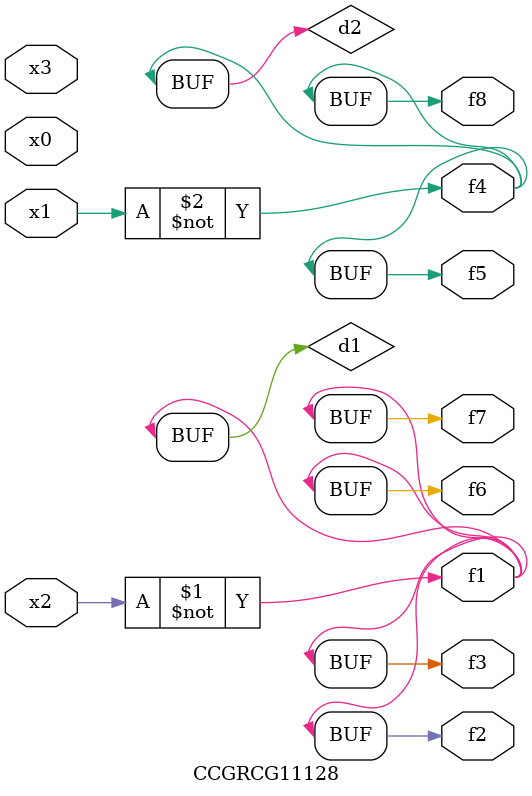
<source format=v>
module CCGRCG11128(
	input x0, x1, x2, x3,
	output f1, f2, f3, f4, f5, f6, f7, f8
);

	wire d1, d2;

	xnor (d1, x2);
	not (d2, x1);
	assign f1 = d1;
	assign f2 = d1;
	assign f3 = d1;
	assign f4 = d2;
	assign f5 = d2;
	assign f6 = d1;
	assign f7 = d1;
	assign f8 = d2;
endmodule

</source>
